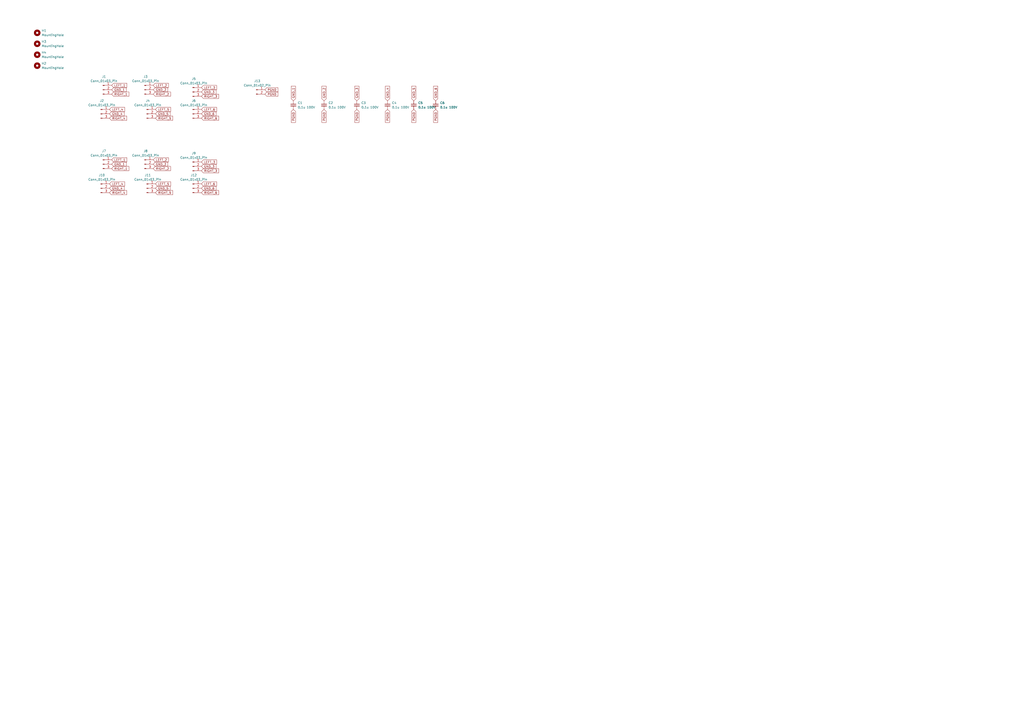
<source format=kicad_sch>
(kicad_sch (version 20231120) (generator "eeschema") (generator_version "8.0")
  (paper "A2")
  (lib_symbols
    (symbol "Connector:Conn_01x02_Pin" (pin_names (offset 1.016) hide)
      (property "Reference" "J" (at 0 2.54 0))
      (property "Value" "Conn_01x02_Pin" (at 0 -5.08 0))
      (symbol "Conn_01x02_Pin_1_1"
        (polyline (pts (xy 1.27 -2.54) (xy 0.8636 -2.54)) (stroke (width 0.1524)))
        (polyline (pts (xy 1.27 0) (xy 0.8636 0)) (stroke (width 0.1524)))
        (rectangle (start 0.8636 -2.413) (end 0 -2.667) (stroke (width 0.1524)) (fill (type outline)))
        (rectangle (start 0.8636 0.127) (end 0 -0.127) (stroke (width 0.1524)) (fill (type outline)))
        (pin passive line (at 5.08 0 180) (length 3.81) (name "Pin_1") (number "1"))
        (pin passive line (at 5.08 -2.54 180) (length 3.81) (name "Pin_2") (number "2"))
      )
    )
    (symbol "Connector:Conn_01x03_Pin" (pin_names (offset 1.016) hide)
      (property "Reference" "J" (at 0 5.08 0))
      (property "Value" "Conn_01x03_Pin" (at 0 -5.08 0))
      (symbol "Conn_01x03_Pin_1_1"
        (polyline (pts (xy 1.27 -2.54) (xy 0.8636 -2.54)) (stroke (width 0.1524)))
        (polyline (pts (xy 1.27 0) (xy 0.8636 0)) (stroke (width 0.1524)))
        (polyline (pts (xy 1.27 2.54) (xy 0.8636 2.54)) (stroke (width 0.1524)))
        (rectangle (start 0.8636 -2.413) (end 0 -2.667) (stroke (width 0.1524)) (fill (type outline)))
        (rectangle (start 0.8636 0.127) (end 0 -0.127) (stroke (width 0.1524)) (fill (type outline)))
        (rectangle (start 0.8636 2.667) (end 0 2.413) (stroke (width 0.1524)) (fill (type outline)))
        (pin passive line (at 5.08 2.54 180) (length 3.81) (name "Pin_1") (number "1"))
        (pin passive line (at 5.08 0 180) (length 3.81) (name "Pin_2") (number "2"))
        (pin passive line (at 5.08 -2.54 180) (length 3.81) (name "Pin_3") (number "3"))
      )
    )
    (symbol "Device:C_Small" (pin_numbers hide) (pin_names (offset 0.254) hide)
      (property "Reference" "C" (at 0.254 1.778 0))
      (property "Value" "C_Small" (at 0.254 -2.032 0))
      (symbol "C_Small_0_1"
        (polyline (pts (xy -1.524 -0.508) (xy 1.524 -0.508)) (stroke (width 0.3302)))
        (polyline (pts (xy -1.524 0.508) (xy 1.524 0.508)) (stroke (width 0.3048)))
      )
      (symbol "C_Small_1_1"
        (pin passive line (at 0 2.54 270) (length 2.032) (name "~") (number "1"))
        (pin passive line (at 0 -2.54 90) (length 2.032) (name "~") (number "2"))
      )
    )
    (symbol "Mechanical:MountingHole" (pin_names (offset 1.016))
      (property "Reference" "H" (at 0 5.08 0))
      (property "Value" "MountingHole" (at 0 3.175 0))
      (symbol "MountingHole_0_1"
        (circle (center 0 0) (radius 1.27) (stroke (width 1.27)))
      )
    )
  )
  (global_label "GND_1" (shape input) (at 64.77 52.07 0) (property "Intersheetrefs" "${INTERSHEET_REFS}" (effects (hide yes))))
  (global_label "RIGHT_2" (shape input) (at 88.9 97.79 0) (property "Intersheetrefs" "${INTERSHEET_REFS}" (effects (hide yes))))
  (global_label "GND_3" (shape input) (at 116.84 53.34 0) (property "Intersheetrefs" "${INTERSHEET_REFS}" (effects (hide yes))))
  (global_label "RIGHT_4" (shape input) (at 63.5 111.76 0) (property "Intersheetrefs" "${INTERSHEET_REFS}" (effects (hide yes))))
  (global_label "LEFT_2" (shape input) (at 88.9 92.71 0) (property "Intersheetrefs" "${INTERSHEET_REFS}" (effects (hide yes))))
  (global_label "RIGHT_3" (shape input) (at 116.84 55.88 0) (property "Intersheetrefs" "${INTERSHEET_REFS}" (effects (hide yes))))
  (global_label "RIGHT_3" (shape input) (at 116.84 99.06 0) (property "Intersheetrefs" "${INTERSHEET_REFS}" (effects (hide yes))))
  (global_label "RIGHT_2" (shape input) (at 88.9 54.61 0) (property "Intersheetrefs" "${INTERSHEET_REFS}" (effects (hide yes))))
  (global_label "LEFT_2" (shape input) (at 88.9 49.53 0) (property "Intersheetrefs" "${INTERSHEET_REFS}" (effects (hide yes))))
  (global_label "RIGHT_1" (shape input) (at 64.77 97.79 0) (property "Intersheetrefs" "${INTERSHEET_REFS}" (effects (hide yes))))
  (global_label "RIGHT_1" (shape input) (at 64.77 54.61 0) (property "Intersheetrefs" "${INTERSHEET_REFS}" (effects (hide yes))))
  (global_label "GND_6" (shape input) (at 116.84 109.22 0) (property "Intersheetrefs" "${INTERSHEET_REFS}" (effects (hide yes))))
  (global_label "LEFT_6" (shape input) (at 116.84 63.5 0) (property "Intersheetrefs" "${INTERSHEET_REFS}" (effects (hide yes))))
  (global_label "PGND" (shape input) (at 153.67 52.07 0) (property "Intersheetrefs" "${INTERSHEET_REFS}" (effects (hide yes))))
  (global_label "GND_1" (shape input) (at 170.18 58.42 90) (property "Intersheetrefs" "${INTERSHEET_REFS}" (effects (hide yes))))
  (global_label "LEFT_5" (shape input) (at 90.17 63.5 0) (property "Intersheetrefs" "${INTERSHEET_REFS}" (effects (hide yes))))
  (global_label "GND_4" (shape input) (at 63.5 109.22 0) (property "Intersheetrefs" "${INTERSHEET_REFS}" (effects (hide yes))))
  (global_label "PGND" (shape input) (at 170.18 63.5 270) (property "Intersheetrefs" "${INTERSHEET_REFS}" (effects (hide yes))))
  (global_label "RIGHT_5" (shape input) (at 90.17 68.58 0) (property "Intersheetrefs" "${INTERSHEET_REFS}" (effects (hide yes))))
  (global_label "LEFT_6" (shape input) (at 116.84 106.68 0) (property "Intersheetrefs" "${INTERSHEET_REFS}" (effects (hide yes))))
  (global_label "GND_2" (shape input) (at 88.9 52.07 0) (property "Intersheetrefs" "${INTERSHEET_REFS}" (effects (hide yes))))
  (global_label "GND_6" (shape input) (at 116.84 66.04 0) (property "Intersheetrefs" "${INTERSHEET_REFS}" (effects (hide yes))))
  (global_label "GND_4" (shape input) (at 224.79 58.42 90) (property "Intersheetrefs" "${INTERSHEET_REFS}" (effects (hide yes))))
  (global_label "PGND" (shape input) (at 207.01 63.5 270) (property "Intersheetrefs" "${INTERSHEET_REFS}" (effects (hide yes))))
  (global_label "GND_3" (shape input) (at 207.01 58.42 90) (property "Intersheetrefs" "${INTERSHEET_REFS}" (effects (hide yes))))
  (global_label "GND_2" (shape input) (at 187.96 58.42 90) (property "Intersheetrefs" "${INTERSHEET_REFS}" (effects (hide yes))))
  (global_label "RIGHT_6" (shape input) (at 116.84 111.76 0) (property "Intersheetrefs" "${INTERSHEET_REFS}" (effects (hide yes))))
  (global_label "LEFT_3" (shape input) (at 116.84 50.8 0) (property "Intersheetrefs" "${INTERSHEET_REFS}" (effects (hide yes))))
  (global_label "GND_5" (shape input) (at 240.03 58.42 90) (property "Intersheetrefs" "${INTERSHEET_REFS}" (effects (hide yes))))
  (global_label "LEFT_3" (shape input) (at 116.84 93.98 0) (property "Intersheetrefs" "${INTERSHEET_REFS}" (effects (hide yes))))
  (global_label "LEFT_4" (shape input) (at 63.5 63.5 0) (property "Intersheetrefs" "${INTERSHEET_REFS}" (effects (hide yes))))
  (global_label "GND_5" (shape input) (at 90.17 109.22 0) (property "Intersheetrefs" "${INTERSHEET_REFS}" (effects (hide yes))))
  (global_label "PGND" (shape input) (at 187.96 63.5 270) (property "Intersheetrefs" "${INTERSHEET_REFS}" (effects (hide yes))))
  (global_label "PGND" (shape input) (at 240.03 63.5 270) (property "Intersheetrefs" "${INTERSHEET_REFS}" (effects (hide yes))))
  (global_label "PGND" (shape input) (at 153.67 54.61 0) (property "Intersheetrefs" "${INTERSHEET_REFS}" (effects (hide yes))))
  (global_label "GND_6" (shape input) (at 252.73 58.42 90) (property "Intersheetrefs" "${INTERSHEET_REFS}" (effects (hide yes))))
  (global_label "LEFT_1" (shape input) (at 64.77 92.71 0) (property "Intersheetrefs" "${INTERSHEET_REFS}" (effects (hide yes))))
  (global_label "LEFT_1" (shape input) (at 64.77 49.53 0) (property "Intersheetrefs" "${INTERSHEET_REFS}" (effects (hide yes))))
  (global_label "PGND" (shape input) (at 224.79 63.5 270) (property "Intersheetrefs" "${INTERSHEET_REFS}" (effects (hide yes))))
  (global_label "PGND" (shape input) (at 252.73 63.5 270) (property "Intersheetrefs" "${INTERSHEET_REFS}" (effects (hide yes))))
  (global_label "GND_4" (shape input) (at 63.5 66.04 0) (property "Intersheetrefs" "${INTERSHEET_REFS}" (effects (hide yes))))
  (global_label "GND_2" (shape input) (at 88.9 95.25 0) (property "Intersheetrefs" "${INTERSHEET_REFS}" (effects (hide yes))))
  (global_label "LEFT_4" (shape input) (at 63.5 106.68 0) (property "Intersheetrefs" "${INTERSHEET_REFS}" (effects (hide yes))))
  (global_label "RIGHT_4" (shape input) (at 63.5 68.58 0) (property "Intersheetrefs" "${INTERSHEET_REFS}" (effects (hide yes))))
  (global_label "RIGHT_6" (shape input) (at 116.84 68.58 0) (property "Intersheetrefs" "${INTERSHEET_REFS}" (effects (hide yes))))
  (global_label "GND_1" (shape input) (at 64.77 95.25 0) (property "Intersheetrefs" "${INTERSHEET_REFS}" (effects (hide yes))))
  (global_label "GND_3" (shape input) (at 116.84 96.52 0) (property "Intersheetrefs" "${INTERSHEET_REFS}" (effects (hide yes))))
  (global_label "GND_5" (shape input) (at 90.17 66.04 0) (property "Intersheetrefs" "${INTERSHEET_REFS}" (effects (hide yes))))
  (global_label "LEFT_5" (shape input) (at 90.17 106.68 0) (property "Intersheetrefs" "${INTERSHEET_REFS}" (effects (hide yes))))
  (global_label "RIGHT_5" (shape input) (at 90.17 111.76 0) (property "Intersheetrefs" "${INTERSHEET_REFS}" (effects (hide yes))))
  (symbol (lib_id "Connector:Conn_01x03_Pin") (at 111.76 53.34 0) (unit 1)
    (property "Reference" "J5" (at 112.395 45.72 0))
    (property "Value" "Conn_01x03_Pin" (at 112.395 48.26 0))
    (property "Footprint" "Connector_JST:JST_PH_B3B-PH-K_1x03_P2.00mm_Vertical" (effects (hide yes)))
    (property "Description" "Generic connector, single row, 01x03, script generated" (effects (hide yes)))
  )
  (symbol (lib_id "Mechanical:MountingHole") (at 21.59 31.75 0) (unit 1)
    (property "Reference" "H4" (at 24.13 30.4799 0) (effects (justify left)))
    (property "Value" "MountingHole" (at 24.13 33.0199 0) (effects (justify left)))
    (property "Footprint" "MountingHole:MountingHole_3.2mm_M3_DIN965_Pad_TopOnly" (effects (hide yes)))
  )
  (symbol (lib_id "Device:C_Small") (at 207.01 60.96 0) (unit 1)
    (property "Reference" "C3" (at 209.55 59.6962 0) (effects (justify left)))
    (property "Value" "0.1u 100V" (at 209.55 62.2362 0) (effects (justify left)))
    (property "Footprint" "Capacitor_SMD:C_1206_3216Metric" (effects (hide yes)))
    (property "Description" "Unpolarized capacitor, small symbol" (effects (hide yes)))
    (property "Mouser" " 791-1206B104K101CT " (effects (hide yes)))
  )
  (symbol (lib_id "Device:C_Small") (at 252.73 60.96 0) (unit 1)
    (property "Reference" "C6" (at 255.27 59.6962 0) (effects (justify left)))
    (property "Value" "0.1u 100V" (at 255.27 62.2362 0) (effects (justify left)))
    (property "Footprint" "Capacitor_SMD:C_1206_3216Metric" (effects (hide yes)))
    (property "Description" "Unpolarized capacitor, small symbol" (effects (hide yes)))
    (property "Mouser" " 791-1206B104K101CT " (effects (hide yes)))
  )
  (symbol (lib_id "Device:C_Small") (at 170.18 60.96 0) (unit 1)
    (property "Reference" "C1" (at 172.72 59.6962 0) (effects (justify left)))
    (property "Value" "0.1u 100V" (at 172.72 62.2362 0) (effects (justify left)))
    (property "Footprint" "Capacitor_SMD:C_1206_3216Metric" (effects (hide yes)))
    (property "Description" "Unpolarized capacitor, small symbol" (effects (hide yes)))
    (property "Mouser" " 791-1206B104K101CT " (effects (hide yes)))
  )
  (symbol (lib_id "Connector:Conn_01x03_Pin") (at 58.42 109.22 0) (unit 1)
    (property "Reference" "J10" (at 59.055 101.6 0))
    (property "Value" "Conn_01x03_Pin" (at 59.055 104.14 0))
    (property "Footprint" "Connector_JST:JST_PH_B3B-PH-K_1x03_P2.00mm_Vertical" (effects (hide yes)))
    (property "Description" "Generic connector, single row, 01x03, script generated" (effects (hide yes)))
  )
  (symbol (lib_id "Connector:Conn_01x03_Pin") (at 83.82 52.07 0) (unit 1)
    (property "Reference" "J3" (at 84.455 44.45 0))
    (property "Value" "Conn_01x03_Pin" (at 84.455 46.99 0))
    (property "Footprint" "Connector_JST:JST_PH_B3B-PH-K_1x03_P2.00mm_Vertical" (effects (hide yes)))
    (property "Description" "Generic connector, single row, 01x03, script generated" (effects (hide yes)))
  )
  (symbol (lib_id "Connector:Conn_01x03_Pin") (at 59.69 52.07 0) (unit 1)
    (property "Reference" "J1" (at 60.325 44.45 0))
    (property "Value" "Conn_01x03_Pin" (at 60.325 46.99 0))
    (property "Footprint" "Connector_JST:JST_PH_B3B-PH-K_1x03_P2.00mm_Vertical" (effects (hide yes)))
    (property "Description" "Generic connector, single row, 01x03, script generated" (effects (hide yes)))
  )
  (symbol (lib_id "Mechanical:MountingHole") (at 21.59 25.4 0) (unit 1)
    (property "Reference" "H3" (at 24.13 24.1299 0) (effects (justify left)))
    (property "Value" "MountingHole" (at 24.13 26.6699 0) (effects (justify left)))
    (property "Footprint" "MountingHole:MountingHole_3.2mm_M3_DIN965_Pad_TopOnly" (effects (hide yes)))
  )
  (symbol (lib_id "Connector:Conn_01x03_Pin") (at 111.76 66.04 0) (unit 1)
    (property "Reference" "J6" (at 112.395 58.42 0))
    (property "Value" "Conn_01x03_Pin" (at 112.395 60.96 0))
    (property "Footprint" "Connector_JST:JST_PH_B3B-PH-K_1x03_P2.00mm_Vertical" (effects (hide yes)))
    (property "Description" "Generic connector, single row, 01x03, script generated" (effects (hide yes)))
  )
  (symbol (lib_id "Mechanical:MountingHole") (at 21.59 19.05 0) (unit 1)
    (property "Reference" "H1" (at 24.13 17.7799 0) (effects (justify left)))
    (property "Value" "MountingHole" (at 24.13 20.3199 0) (effects (justify left)))
    (property "Footprint" "MountingHole:MountingHole_3.2mm_M3_DIN965_Pad_TopOnly" (effects (hide yes)))
  )
  (symbol (lib_id "Connector:Conn_01x03_Pin") (at 58.42 66.04 0) (unit 1)
    (property "Reference" "J2" (at 59.055 58.42 0))
    (property "Value" "Conn_01x03_Pin" (at 59.055 60.96 0))
    (property "Footprint" "Connector_JST:JST_PH_B3B-PH-K_1x03_P2.00mm_Vertical" (effects (hide yes)))
    (property "Description" "Generic connector, single row, 01x03, script generated" (effects (hide yes)))
  )
  (symbol (lib_id "Connector:Conn_01x03_Pin") (at 111.76 96.52 0) (unit 1)
    (property "Reference" "J9" (at 112.395 88.9 0))
    (property "Value" "Conn_01x03_Pin" (at 112.395 91.44 0))
    (property "Footprint" "Connector_JST:JST_PH_B3B-PH-K_1x03_P2.00mm_Vertical" (effects (hide yes)))
    (property "Description" "Generic connector, single row, 01x03, script generated" (effects (hide yes)))
  )
  (symbol (lib_id "Connector:Conn_01x03_Pin") (at 83.82 95.25 0) (unit 1)
    (property "Reference" "J8" (at 84.455 87.63 0))
    (property "Value" "Conn_01x03_Pin" (at 84.455 90.17 0))
    (property "Footprint" "Connector_JST:JST_PH_B3B-PH-K_1x03_P2.00mm_Vertical" (effects (hide yes)))
    (property "Description" "Generic connector, single row, 01x03, script generated" (effects (hide yes)))
  )
  (symbol (lib_id "Connector:Conn_01x03_Pin") (at 85.09 109.22 0) (unit 1)
    (property "Reference" "J11" (at 85.725 101.6 0))
    (property "Value" "Conn_01x03_Pin" (at 85.725 104.14 0))
    (property "Footprint" "Connector_JST:JST_PH_B3B-PH-K_1x03_P2.00mm_Vertical" (effects (hide yes)))
    (property "Description" "Generic connector, single row, 01x03, script generated" (effects (hide yes)))
  )
  (symbol (lib_id "Connector:Conn_01x03_Pin") (at 111.76 109.22 0) (unit 1)
    (property "Reference" "J12" (at 112.395 101.6 0))
    (property "Value" "Conn_01x03_Pin" (at 112.395 104.14 0))
    (property "Footprint" "Connector_JST:JST_PH_B3B-PH-K_1x03_P2.00mm_Vertical" (effects (hide yes)))
    (property "Description" "Generic connector, single row, 01x03, script generated" (effects (hide yes)))
  )
  (symbol (lib_id "Mechanical:MountingHole") (at 21.59 38.1 0) (unit 1)
    (property "Reference" "H2" (at 24.13 36.8299 0) (effects (justify left)))
    (property "Value" "MountingHole" (at 24.13 39.3699 0) (effects (justify left)))
    (property "Footprint" "MountingHole:MountingHole_3.2mm_M3_DIN965_Pad_TopOnly" (effects (hide yes)))
  )
  (symbol (lib_id "Device:C_Small") (at 240.03 60.96 0) (unit 1)
    (property "Reference" "C5" (at 242.57 59.6962 0) (effects (justify left)))
    (property "Value" "0.1u 100V" (at 242.57 62.2362 0) (effects (justify left)))
    (property "Footprint" "Capacitor_SMD:C_1206_3216Metric" (effects (hide yes)))
    (property "Description" "Unpolarized capacitor, small symbol" (effects (hide yes)))
    (property "Mouser" " 791-1206B104K101CT " (effects (hide yes)))
  )
  (symbol (lib_id "Connector:Conn_01x03_Pin") (at 59.69 95.25 0) (unit 1)
    (property "Reference" "J7" (at 60.325 87.63 0))
    (property "Value" "Conn_01x03_Pin" (at 60.325 90.17 0))
    (property "Footprint" "Connector_JST:JST_PH_B3B-PH-K_1x03_P2.00mm_Vertical" (effects (hide yes)))
    (property "Description" "Generic connector, single row, 01x03, script generated" (effects (hide yes)))
  )
  (symbol (lib_id "Device:C_Small") (at 224.79 60.96 0) (unit 1)
    (property "Reference" "C4" (at 227.33 59.6962 0) (effects (justify left)))
    (property "Value" "0.1u 100V" (at 227.33 62.2362 0) (effects (justify left)))
    (property "Footprint" "Capacitor_SMD:C_1206_3216Metric" (effects (hide yes)))
    (property "Description" "Unpolarized capacitor, small symbol" (effects (hide yes)))
    (property "Mouser" " 791-1206B104K101CT " (effects (hide yes)))
  )
  (symbol (lib_id "Connector:Conn_01x03_Pin") (at 85.09 66.04 0) (unit 1)
    (property "Reference" "J4" (at 85.725 58.42 0))
    (property "Value" "Conn_01x03_Pin" (at 85.725 60.96 0))
    (property "Footprint" "Connector_JST:JST_PH_B3B-PH-K_1x03_P2.00mm_Vertical" (effects (hide yes)))
    (property "Description" "Generic connector, single row, 01x03, script generated" (effects (hide yes)))
  )
  (symbol (lib_id "Connector:Conn_01x02_Pin") (at 148.59 52.07 0) (unit 1)
    (property "Reference" "J13" (at 149.225 46.99 0))
    (property "Value" "Conn_01x02_Pin" (at 149.225 49.53 0))
    (property "Footprint" "Connector_JST:JST_VH_B2P-VH-B_1x02_P3.96mm_Vertical" (effects (hide yes)))
    (property "Description" "Generic connector, single row, 01x02, script generated" (effects (hide yes)))
  )
  (symbol (lib_id "Device:C_Small") (at 187.96 60.96 0) (unit 1)
    (property "Reference" "C2" (at 190.5 59.6962 0) (effects (justify left)))
    (property "Value" "0.1u 100V" (at 190.5 62.2362 0) (effects (justify left)))
    (property "Footprint" "Capacitor_SMD:C_1206_3216Metric" (effects (hide yes)))
    (property "Description" "Unpolarized capacitor, small symbol" (effects (hide yes)))
    (property "Mouser" " 791-1206B104K101CT " (effects (hide yes)))
  )
)
</source>
